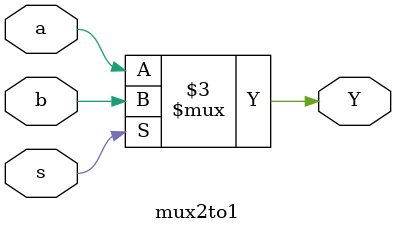
<source format=v>
module mux2to1(a,b,s,Y);
input a,b,s;
output reg Y;
 always@(s,a,b)
 begin
	 if(s)
		 Y=b;
	 else 
		 Y=a;
 end
 endmodule

 

</source>
